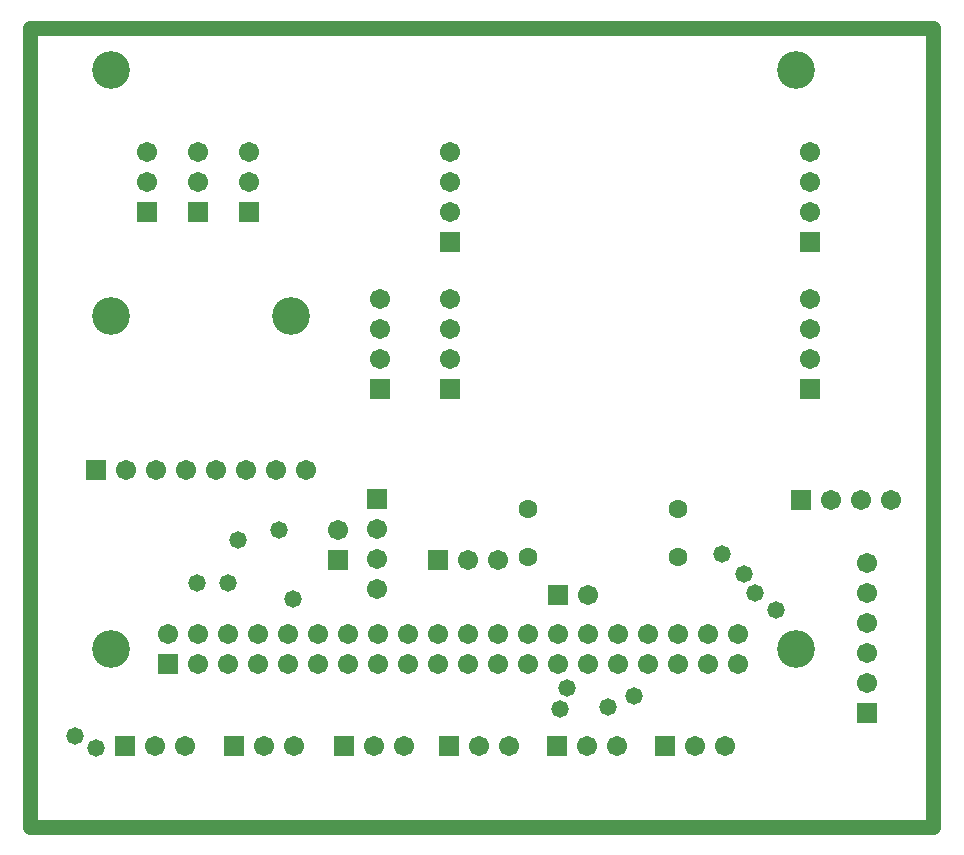
<source format=gbs>
G04 Layer_Color=16711935*
%FSLAX44Y44*%
%MOMM*%
G71*
G01*
G75*
%ADD13C,1.2700*%
%ADD26C,3.2032*%
%ADD27C,1.7032*%
%ADD28R,1.7032X1.7032*%
%ADD29R,1.7032X1.7032*%
%ADD30C,1.6032*%
%ADD31C,1.4732*%
D13*
X786130Y1325880D02*
X1550670D01*
Y648970D02*
Y1325880D01*
X786130Y648970D02*
X1550670D01*
X786130D02*
Y1325880D01*
D26*
X1007110Y1082000D02*
D03*
X1434250Y800100D02*
D03*
X854350D02*
D03*
X1434250Y1290100D02*
D03*
X854710Y1082000D02*
D03*
X854350Y1290100D02*
D03*
D27*
X1046480Y900430D02*
D03*
X1079500Y850900D02*
D03*
Y876300D02*
D03*
Y901700D02*
D03*
X1446530Y1220470D02*
D03*
Y1195070D02*
D03*
Y1169670D02*
D03*
Y1096010D02*
D03*
Y1070610D02*
D03*
Y1045210D02*
D03*
X1494790Y847090D02*
D03*
Y821690D02*
D03*
Y796290D02*
D03*
Y770890D02*
D03*
X916940Y717550D02*
D03*
X1009650D02*
D03*
X1102360D02*
D03*
X1191260D02*
D03*
X1282700D02*
D03*
X1082040Y1045210D02*
D03*
Y1070610D02*
D03*
Y1096010D02*
D03*
X1374140Y717550D02*
D03*
X1258570Y845820D02*
D03*
X1464310Y925830D02*
D03*
X1489710D02*
D03*
X1515110D02*
D03*
X918210Y951230D02*
D03*
X892810D02*
D03*
X867410D02*
D03*
X902970Y812800D02*
D03*
X928370Y787400D02*
D03*
Y812800D02*
D03*
X953770Y787400D02*
D03*
Y812800D02*
D03*
X979170Y787400D02*
D03*
Y812800D02*
D03*
X1004570Y787400D02*
D03*
Y812800D02*
D03*
X1029970Y787400D02*
D03*
Y812800D02*
D03*
X1055370Y787400D02*
D03*
Y812800D02*
D03*
X1080770Y787400D02*
D03*
Y812800D02*
D03*
X1106170Y787400D02*
D03*
Y812800D02*
D03*
X1131570Y787400D02*
D03*
Y812800D02*
D03*
X1156970Y787400D02*
D03*
Y812800D02*
D03*
X1182370Y787400D02*
D03*
Y812800D02*
D03*
X1207770Y787400D02*
D03*
Y812800D02*
D03*
X1233170Y787400D02*
D03*
Y812800D02*
D03*
X1258570Y787400D02*
D03*
Y812800D02*
D03*
X1283970Y787400D02*
D03*
Y812800D02*
D03*
X1309370Y787400D02*
D03*
Y812800D02*
D03*
X1334770Y787400D02*
D03*
Y812800D02*
D03*
X1360170Y787400D02*
D03*
Y812800D02*
D03*
X1385570Y787400D02*
D03*
Y812800D02*
D03*
X1182370Y875030D02*
D03*
X1156970D02*
D03*
X1494790Y872490D02*
D03*
X891540Y717550D02*
D03*
X984250D02*
D03*
X1076960D02*
D03*
X1165860D02*
D03*
X1257300D02*
D03*
X1348740D02*
D03*
X1019810Y951230D02*
D03*
X994410D02*
D03*
X969010D02*
D03*
X943610D02*
D03*
X885190Y1220470D02*
D03*
Y1195070D02*
D03*
X928370Y1220470D02*
D03*
Y1195070D02*
D03*
X971550Y1220470D02*
D03*
Y1195070D02*
D03*
X1141730Y1096010D02*
D03*
Y1070610D02*
D03*
Y1045210D02*
D03*
Y1220470D02*
D03*
Y1195070D02*
D03*
Y1169670D02*
D03*
D28*
X1046480Y875030D02*
D03*
X1079500Y927100D02*
D03*
X1446530Y1144270D02*
D03*
Y1019810D02*
D03*
X1082040D02*
D03*
X1494790Y745490D02*
D03*
X885190Y1169670D02*
D03*
X928370D02*
D03*
X971550D02*
D03*
X1141730Y1019810D02*
D03*
Y1144270D02*
D03*
D29*
X866140Y717550D02*
D03*
X958850D02*
D03*
X1051560D02*
D03*
X1140460D02*
D03*
X1231900D02*
D03*
X1323340D02*
D03*
X1438910Y925830D02*
D03*
X842010Y951230D02*
D03*
X902970Y787400D02*
D03*
X1131570Y875030D02*
D03*
X1233170Y845820D02*
D03*
D30*
X1207700Y877570D02*
D03*
X1334770D02*
D03*
X1207700Y918210D02*
D03*
X1334740D02*
D03*
D31*
X1417320Y833120D02*
D03*
X962025Y892175D02*
D03*
X1390650Y863600D02*
D03*
X1371600Y880110D02*
D03*
X1008380Y842010D02*
D03*
X1234440Y749300D02*
D03*
X953770Y855980D02*
D03*
X927100D02*
D03*
X824230Y726440D02*
D03*
X996950Y900430D02*
D03*
X1275080Y750570D02*
D03*
X1297305Y760095D02*
D03*
X1399540Y847090D02*
D03*
X842010Y716280D02*
D03*
X1240790Y767080D02*
D03*
M02*

</source>
